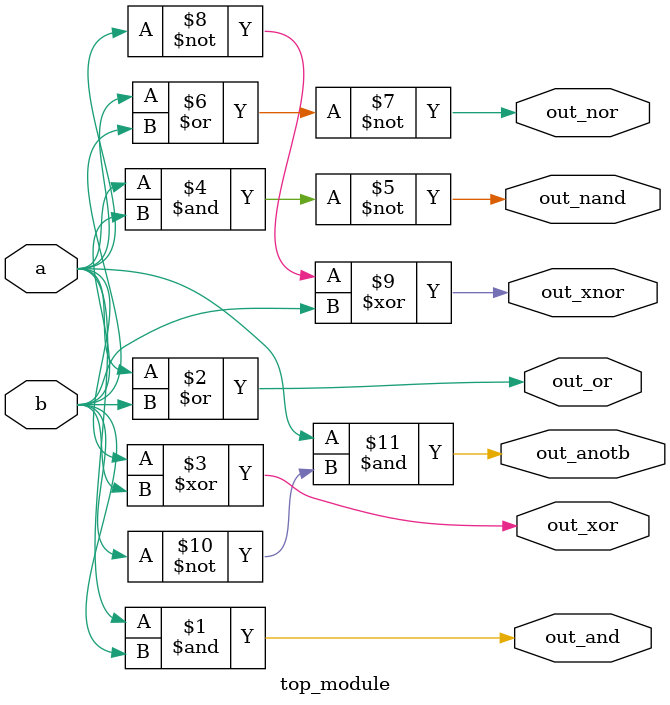
<source format=v>
module top_module( 
    input a, b,
    output out_and,
    output out_or,
    output out_xor,
    output out_nand,
    output out_nor,
    output out_xnor,
    output out_anotb
);
	assign out_and=a&b;
    assign out_or=a|b;
    assign out_xor=a^b;
    assign out_nand=~(a&b);
    assign out_nor=~(a|b);
    assign out_xnor=~a^b;
    assign out_anotb=a&~b;
endmodule

</source>
